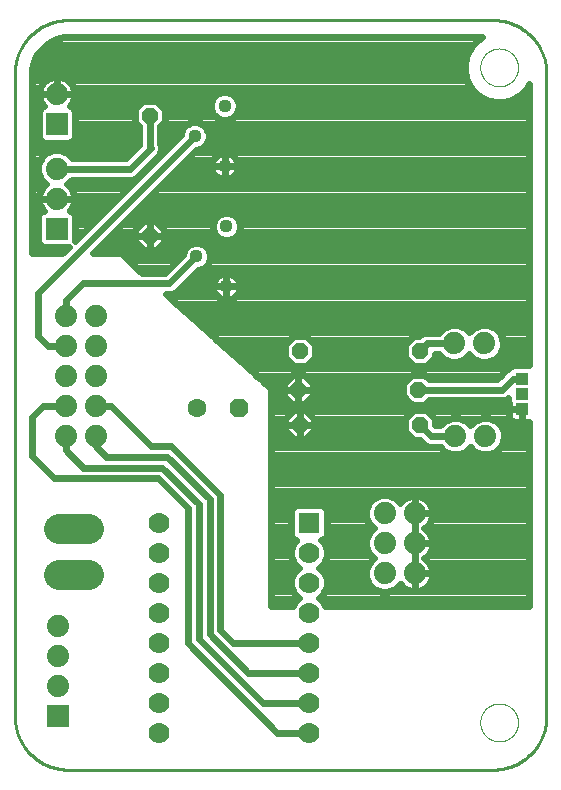
<source format=gtl>
G75*
%MOIN*%
%OFA0B0*%
%FSLAX25Y25*%
%IPPOS*%
%LPD*%
%AMOC8*
5,1,8,0,0,1.08239X$1,22.5*
%
%ADD10C,0.00000*%
%ADD11C,0.01000*%
%ADD12C,0.07400*%
%ADD13R,0.04362X0.04362*%
%ADD14OC8,0.05200*%
%ADD15R,0.07400X0.07400*%
%ADD16C,0.04400*%
%ADD17C,0.10000*%
%ADD18R,0.07000X0.07000*%
%ADD19C,0.07000*%
%ADD20OC8,0.06300*%
%ADD21C,0.06300*%
%ADD22C,0.02400*%
D10*
X0191787Y0023322D02*
X0191789Y0023480D01*
X0191795Y0023638D01*
X0191805Y0023796D01*
X0191819Y0023954D01*
X0191837Y0024111D01*
X0191858Y0024268D01*
X0191884Y0024424D01*
X0191914Y0024580D01*
X0191947Y0024735D01*
X0191985Y0024888D01*
X0192026Y0025041D01*
X0192071Y0025193D01*
X0192120Y0025344D01*
X0192173Y0025493D01*
X0192229Y0025641D01*
X0192289Y0025787D01*
X0192353Y0025932D01*
X0192421Y0026075D01*
X0192492Y0026217D01*
X0192566Y0026357D01*
X0192644Y0026494D01*
X0192726Y0026630D01*
X0192810Y0026764D01*
X0192899Y0026895D01*
X0192990Y0027024D01*
X0193085Y0027151D01*
X0193182Y0027276D01*
X0193283Y0027398D01*
X0193387Y0027517D01*
X0193494Y0027634D01*
X0193604Y0027748D01*
X0193717Y0027859D01*
X0193832Y0027968D01*
X0193950Y0028073D01*
X0194071Y0028175D01*
X0194194Y0028275D01*
X0194320Y0028371D01*
X0194448Y0028464D01*
X0194578Y0028554D01*
X0194711Y0028640D01*
X0194846Y0028724D01*
X0194982Y0028803D01*
X0195121Y0028880D01*
X0195262Y0028952D01*
X0195404Y0029022D01*
X0195548Y0029087D01*
X0195694Y0029149D01*
X0195841Y0029207D01*
X0195990Y0029262D01*
X0196140Y0029313D01*
X0196291Y0029360D01*
X0196443Y0029403D01*
X0196596Y0029442D01*
X0196751Y0029478D01*
X0196906Y0029509D01*
X0197062Y0029537D01*
X0197218Y0029561D01*
X0197375Y0029581D01*
X0197533Y0029597D01*
X0197690Y0029609D01*
X0197849Y0029617D01*
X0198007Y0029621D01*
X0198165Y0029621D01*
X0198323Y0029617D01*
X0198482Y0029609D01*
X0198639Y0029597D01*
X0198797Y0029581D01*
X0198954Y0029561D01*
X0199110Y0029537D01*
X0199266Y0029509D01*
X0199421Y0029478D01*
X0199576Y0029442D01*
X0199729Y0029403D01*
X0199881Y0029360D01*
X0200032Y0029313D01*
X0200182Y0029262D01*
X0200331Y0029207D01*
X0200478Y0029149D01*
X0200624Y0029087D01*
X0200768Y0029022D01*
X0200910Y0028952D01*
X0201051Y0028880D01*
X0201190Y0028803D01*
X0201326Y0028724D01*
X0201461Y0028640D01*
X0201594Y0028554D01*
X0201724Y0028464D01*
X0201852Y0028371D01*
X0201978Y0028275D01*
X0202101Y0028175D01*
X0202222Y0028073D01*
X0202340Y0027968D01*
X0202455Y0027859D01*
X0202568Y0027748D01*
X0202678Y0027634D01*
X0202785Y0027517D01*
X0202889Y0027398D01*
X0202990Y0027276D01*
X0203087Y0027151D01*
X0203182Y0027024D01*
X0203273Y0026895D01*
X0203362Y0026764D01*
X0203446Y0026630D01*
X0203528Y0026494D01*
X0203606Y0026357D01*
X0203680Y0026217D01*
X0203751Y0026075D01*
X0203819Y0025932D01*
X0203883Y0025787D01*
X0203943Y0025641D01*
X0203999Y0025493D01*
X0204052Y0025344D01*
X0204101Y0025193D01*
X0204146Y0025041D01*
X0204187Y0024888D01*
X0204225Y0024735D01*
X0204258Y0024580D01*
X0204288Y0024424D01*
X0204314Y0024268D01*
X0204335Y0024111D01*
X0204353Y0023954D01*
X0204367Y0023796D01*
X0204377Y0023638D01*
X0204383Y0023480D01*
X0204385Y0023322D01*
X0204383Y0023164D01*
X0204377Y0023006D01*
X0204367Y0022848D01*
X0204353Y0022690D01*
X0204335Y0022533D01*
X0204314Y0022376D01*
X0204288Y0022220D01*
X0204258Y0022064D01*
X0204225Y0021909D01*
X0204187Y0021756D01*
X0204146Y0021603D01*
X0204101Y0021451D01*
X0204052Y0021300D01*
X0203999Y0021151D01*
X0203943Y0021003D01*
X0203883Y0020857D01*
X0203819Y0020712D01*
X0203751Y0020569D01*
X0203680Y0020427D01*
X0203606Y0020287D01*
X0203528Y0020150D01*
X0203446Y0020014D01*
X0203362Y0019880D01*
X0203273Y0019749D01*
X0203182Y0019620D01*
X0203087Y0019493D01*
X0202990Y0019368D01*
X0202889Y0019246D01*
X0202785Y0019127D01*
X0202678Y0019010D01*
X0202568Y0018896D01*
X0202455Y0018785D01*
X0202340Y0018676D01*
X0202222Y0018571D01*
X0202101Y0018469D01*
X0201978Y0018369D01*
X0201852Y0018273D01*
X0201724Y0018180D01*
X0201594Y0018090D01*
X0201461Y0018004D01*
X0201326Y0017920D01*
X0201190Y0017841D01*
X0201051Y0017764D01*
X0200910Y0017692D01*
X0200768Y0017622D01*
X0200624Y0017557D01*
X0200478Y0017495D01*
X0200331Y0017437D01*
X0200182Y0017382D01*
X0200032Y0017331D01*
X0199881Y0017284D01*
X0199729Y0017241D01*
X0199576Y0017202D01*
X0199421Y0017166D01*
X0199266Y0017135D01*
X0199110Y0017107D01*
X0198954Y0017083D01*
X0198797Y0017063D01*
X0198639Y0017047D01*
X0198482Y0017035D01*
X0198323Y0017027D01*
X0198165Y0017023D01*
X0198007Y0017023D01*
X0197849Y0017027D01*
X0197690Y0017035D01*
X0197533Y0017047D01*
X0197375Y0017063D01*
X0197218Y0017083D01*
X0197062Y0017107D01*
X0196906Y0017135D01*
X0196751Y0017166D01*
X0196596Y0017202D01*
X0196443Y0017241D01*
X0196291Y0017284D01*
X0196140Y0017331D01*
X0195990Y0017382D01*
X0195841Y0017437D01*
X0195694Y0017495D01*
X0195548Y0017557D01*
X0195404Y0017622D01*
X0195262Y0017692D01*
X0195121Y0017764D01*
X0194982Y0017841D01*
X0194846Y0017920D01*
X0194711Y0018004D01*
X0194578Y0018090D01*
X0194448Y0018180D01*
X0194320Y0018273D01*
X0194194Y0018369D01*
X0194071Y0018469D01*
X0193950Y0018571D01*
X0193832Y0018676D01*
X0193717Y0018785D01*
X0193604Y0018896D01*
X0193494Y0019010D01*
X0193387Y0019127D01*
X0193283Y0019246D01*
X0193182Y0019368D01*
X0193085Y0019493D01*
X0192990Y0019620D01*
X0192899Y0019749D01*
X0192810Y0019880D01*
X0192726Y0020014D01*
X0192644Y0020150D01*
X0192566Y0020287D01*
X0192492Y0020427D01*
X0192421Y0020569D01*
X0192353Y0020712D01*
X0192289Y0020857D01*
X0192229Y0021003D01*
X0192173Y0021151D01*
X0192120Y0021300D01*
X0192071Y0021451D01*
X0192026Y0021603D01*
X0191985Y0021756D01*
X0191947Y0021909D01*
X0191914Y0022064D01*
X0191884Y0022220D01*
X0191858Y0022376D01*
X0191837Y0022533D01*
X0191819Y0022690D01*
X0191805Y0022848D01*
X0191795Y0023006D01*
X0191789Y0023164D01*
X0191787Y0023322D01*
X0191787Y0241669D02*
X0191789Y0241827D01*
X0191795Y0241985D01*
X0191805Y0242143D01*
X0191819Y0242301D01*
X0191837Y0242458D01*
X0191858Y0242615D01*
X0191884Y0242771D01*
X0191914Y0242927D01*
X0191947Y0243082D01*
X0191985Y0243235D01*
X0192026Y0243388D01*
X0192071Y0243540D01*
X0192120Y0243691D01*
X0192173Y0243840D01*
X0192229Y0243988D01*
X0192289Y0244134D01*
X0192353Y0244279D01*
X0192421Y0244422D01*
X0192492Y0244564D01*
X0192566Y0244704D01*
X0192644Y0244841D01*
X0192726Y0244977D01*
X0192810Y0245111D01*
X0192899Y0245242D01*
X0192990Y0245371D01*
X0193085Y0245498D01*
X0193182Y0245623D01*
X0193283Y0245745D01*
X0193387Y0245864D01*
X0193494Y0245981D01*
X0193604Y0246095D01*
X0193717Y0246206D01*
X0193832Y0246315D01*
X0193950Y0246420D01*
X0194071Y0246522D01*
X0194194Y0246622D01*
X0194320Y0246718D01*
X0194448Y0246811D01*
X0194578Y0246901D01*
X0194711Y0246987D01*
X0194846Y0247071D01*
X0194982Y0247150D01*
X0195121Y0247227D01*
X0195262Y0247299D01*
X0195404Y0247369D01*
X0195548Y0247434D01*
X0195694Y0247496D01*
X0195841Y0247554D01*
X0195990Y0247609D01*
X0196140Y0247660D01*
X0196291Y0247707D01*
X0196443Y0247750D01*
X0196596Y0247789D01*
X0196751Y0247825D01*
X0196906Y0247856D01*
X0197062Y0247884D01*
X0197218Y0247908D01*
X0197375Y0247928D01*
X0197533Y0247944D01*
X0197690Y0247956D01*
X0197849Y0247964D01*
X0198007Y0247968D01*
X0198165Y0247968D01*
X0198323Y0247964D01*
X0198482Y0247956D01*
X0198639Y0247944D01*
X0198797Y0247928D01*
X0198954Y0247908D01*
X0199110Y0247884D01*
X0199266Y0247856D01*
X0199421Y0247825D01*
X0199576Y0247789D01*
X0199729Y0247750D01*
X0199881Y0247707D01*
X0200032Y0247660D01*
X0200182Y0247609D01*
X0200331Y0247554D01*
X0200478Y0247496D01*
X0200624Y0247434D01*
X0200768Y0247369D01*
X0200910Y0247299D01*
X0201051Y0247227D01*
X0201190Y0247150D01*
X0201326Y0247071D01*
X0201461Y0246987D01*
X0201594Y0246901D01*
X0201724Y0246811D01*
X0201852Y0246718D01*
X0201978Y0246622D01*
X0202101Y0246522D01*
X0202222Y0246420D01*
X0202340Y0246315D01*
X0202455Y0246206D01*
X0202568Y0246095D01*
X0202678Y0245981D01*
X0202785Y0245864D01*
X0202889Y0245745D01*
X0202990Y0245623D01*
X0203087Y0245498D01*
X0203182Y0245371D01*
X0203273Y0245242D01*
X0203362Y0245111D01*
X0203446Y0244977D01*
X0203528Y0244841D01*
X0203606Y0244704D01*
X0203680Y0244564D01*
X0203751Y0244422D01*
X0203819Y0244279D01*
X0203883Y0244134D01*
X0203943Y0243988D01*
X0203999Y0243840D01*
X0204052Y0243691D01*
X0204101Y0243540D01*
X0204146Y0243388D01*
X0204187Y0243235D01*
X0204225Y0243082D01*
X0204258Y0242927D01*
X0204288Y0242771D01*
X0204314Y0242615D01*
X0204335Y0242458D01*
X0204353Y0242301D01*
X0204367Y0242143D01*
X0204377Y0241985D01*
X0204383Y0241827D01*
X0204385Y0241669D01*
X0204383Y0241511D01*
X0204377Y0241353D01*
X0204367Y0241195D01*
X0204353Y0241037D01*
X0204335Y0240880D01*
X0204314Y0240723D01*
X0204288Y0240567D01*
X0204258Y0240411D01*
X0204225Y0240256D01*
X0204187Y0240103D01*
X0204146Y0239950D01*
X0204101Y0239798D01*
X0204052Y0239647D01*
X0203999Y0239498D01*
X0203943Y0239350D01*
X0203883Y0239204D01*
X0203819Y0239059D01*
X0203751Y0238916D01*
X0203680Y0238774D01*
X0203606Y0238634D01*
X0203528Y0238497D01*
X0203446Y0238361D01*
X0203362Y0238227D01*
X0203273Y0238096D01*
X0203182Y0237967D01*
X0203087Y0237840D01*
X0202990Y0237715D01*
X0202889Y0237593D01*
X0202785Y0237474D01*
X0202678Y0237357D01*
X0202568Y0237243D01*
X0202455Y0237132D01*
X0202340Y0237023D01*
X0202222Y0236918D01*
X0202101Y0236816D01*
X0201978Y0236716D01*
X0201852Y0236620D01*
X0201724Y0236527D01*
X0201594Y0236437D01*
X0201461Y0236351D01*
X0201326Y0236267D01*
X0201190Y0236188D01*
X0201051Y0236111D01*
X0200910Y0236039D01*
X0200768Y0235969D01*
X0200624Y0235904D01*
X0200478Y0235842D01*
X0200331Y0235784D01*
X0200182Y0235729D01*
X0200032Y0235678D01*
X0199881Y0235631D01*
X0199729Y0235588D01*
X0199576Y0235549D01*
X0199421Y0235513D01*
X0199266Y0235482D01*
X0199110Y0235454D01*
X0198954Y0235430D01*
X0198797Y0235410D01*
X0198639Y0235394D01*
X0198482Y0235382D01*
X0198323Y0235374D01*
X0198165Y0235370D01*
X0198007Y0235370D01*
X0197849Y0235374D01*
X0197690Y0235382D01*
X0197533Y0235394D01*
X0197375Y0235410D01*
X0197218Y0235430D01*
X0197062Y0235454D01*
X0196906Y0235482D01*
X0196751Y0235513D01*
X0196596Y0235549D01*
X0196443Y0235588D01*
X0196291Y0235631D01*
X0196140Y0235678D01*
X0195990Y0235729D01*
X0195841Y0235784D01*
X0195694Y0235842D01*
X0195548Y0235904D01*
X0195404Y0235969D01*
X0195262Y0236039D01*
X0195121Y0236111D01*
X0194982Y0236188D01*
X0194846Y0236267D01*
X0194711Y0236351D01*
X0194578Y0236437D01*
X0194448Y0236527D01*
X0194320Y0236620D01*
X0194194Y0236716D01*
X0194071Y0236816D01*
X0193950Y0236918D01*
X0193832Y0237023D01*
X0193717Y0237132D01*
X0193604Y0237243D01*
X0193494Y0237357D01*
X0193387Y0237474D01*
X0193283Y0237593D01*
X0193182Y0237715D01*
X0193085Y0237840D01*
X0192990Y0237967D01*
X0192899Y0238096D01*
X0192810Y0238227D01*
X0192726Y0238361D01*
X0192644Y0238497D01*
X0192566Y0238634D01*
X0192492Y0238774D01*
X0192421Y0238916D01*
X0192353Y0239059D01*
X0192289Y0239204D01*
X0192229Y0239350D01*
X0192173Y0239498D01*
X0192120Y0239647D01*
X0192071Y0239798D01*
X0192026Y0239950D01*
X0191985Y0240103D01*
X0191947Y0240256D01*
X0191914Y0240411D01*
X0191884Y0240567D01*
X0191858Y0240723D01*
X0191837Y0240880D01*
X0191819Y0241037D01*
X0191805Y0241195D01*
X0191795Y0241353D01*
X0191789Y0241511D01*
X0191787Y0241669D01*
D11*
X0036669Y0239700D02*
X0036669Y0025291D01*
X0036668Y0025291D02*
X0036673Y0024863D01*
X0036689Y0024435D01*
X0036715Y0024008D01*
X0036751Y0023581D01*
X0036797Y0023155D01*
X0036854Y0022731D01*
X0036921Y0022308D01*
X0036998Y0021887D01*
X0037085Y0021468D01*
X0037183Y0021051D01*
X0037290Y0020637D01*
X0037408Y0020225D01*
X0037535Y0019816D01*
X0037672Y0019411D01*
X0037819Y0019008D01*
X0037976Y0018610D01*
X0038142Y0018215D01*
X0038318Y0017825D01*
X0038503Y0017439D01*
X0038697Y0017057D01*
X0038901Y0016681D01*
X0039113Y0016309D01*
X0039335Y0015943D01*
X0039565Y0015582D01*
X0039804Y0015227D01*
X0040052Y0014877D01*
X0040307Y0014534D01*
X0040572Y0014197D01*
X0040844Y0013866D01*
X0041124Y0013542D01*
X0041411Y0013225D01*
X0041707Y0012915D01*
X0042009Y0012613D01*
X0042319Y0012317D01*
X0042636Y0012030D01*
X0042960Y0011750D01*
X0043291Y0011478D01*
X0043628Y0011213D01*
X0043971Y0010958D01*
X0044321Y0010710D01*
X0044676Y0010471D01*
X0045037Y0010241D01*
X0045403Y0010019D01*
X0045775Y0009807D01*
X0046151Y0009603D01*
X0046533Y0009409D01*
X0046919Y0009224D01*
X0047309Y0009048D01*
X0047704Y0008882D01*
X0048102Y0008725D01*
X0048505Y0008578D01*
X0048910Y0008441D01*
X0049319Y0008314D01*
X0049731Y0008196D01*
X0050145Y0008089D01*
X0050562Y0007991D01*
X0050981Y0007904D01*
X0051402Y0007827D01*
X0051825Y0007760D01*
X0052249Y0007703D01*
X0052675Y0007657D01*
X0053102Y0007621D01*
X0053529Y0007595D01*
X0053957Y0007579D01*
X0054385Y0007574D01*
X0196118Y0007574D01*
X0196546Y0007579D01*
X0196974Y0007595D01*
X0197401Y0007621D01*
X0197828Y0007657D01*
X0198254Y0007703D01*
X0198678Y0007760D01*
X0199101Y0007827D01*
X0199522Y0007904D01*
X0199941Y0007991D01*
X0200358Y0008089D01*
X0200772Y0008196D01*
X0201184Y0008314D01*
X0201593Y0008441D01*
X0201998Y0008578D01*
X0202401Y0008725D01*
X0202799Y0008882D01*
X0203194Y0009048D01*
X0203584Y0009224D01*
X0203970Y0009409D01*
X0204352Y0009603D01*
X0204728Y0009807D01*
X0205100Y0010019D01*
X0205466Y0010241D01*
X0205827Y0010471D01*
X0206182Y0010710D01*
X0206532Y0010958D01*
X0206875Y0011213D01*
X0207212Y0011478D01*
X0207543Y0011750D01*
X0207867Y0012030D01*
X0208184Y0012317D01*
X0208494Y0012613D01*
X0208796Y0012915D01*
X0209092Y0013225D01*
X0209379Y0013542D01*
X0209659Y0013866D01*
X0209931Y0014197D01*
X0210196Y0014534D01*
X0210451Y0014877D01*
X0210699Y0015227D01*
X0210938Y0015582D01*
X0211168Y0015943D01*
X0211390Y0016309D01*
X0211602Y0016681D01*
X0211806Y0017057D01*
X0212000Y0017439D01*
X0212185Y0017825D01*
X0212361Y0018215D01*
X0212527Y0018610D01*
X0212684Y0019008D01*
X0212831Y0019411D01*
X0212968Y0019816D01*
X0213095Y0020225D01*
X0213213Y0020637D01*
X0213320Y0021051D01*
X0213418Y0021468D01*
X0213505Y0021887D01*
X0213582Y0022308D01*
X0213649Y0022731D01*
X0213706Y0023155D01*
X0213752Y0023581D01*
X0213788Y0024008D01*
X0213814Y0024435D01*
X0213830Y0024863D01*
X0213835Y0025291D01*
X0213834Y0025291D02*
X0213834Y0239700D01*
X0213835Y0239700D02*
X0213830Y0240128D01*
X0213814Y0240556D01*
X0213788Y0240983D01*
X0213752Y0241410D01*
X0213706Y0241836D01*
X0213649Y0242260D01*
X0213582Y0242683D01*
X0213505Y0243104D01*
X0213418Y0243523D01*
X0213320Y0243940D01*
X0213213Y0244354D01*
X0213095Y0244766D01*
X0212968Y0245175D01*
X0212831Y0245580D01*
X0212684Y0245983D01*
X0212527Y0246381D01*
X0212361Y0246776D01*
X0212185Y0247166D01*
X0212000Y0247552D01*
X0211806Y0247934D01*
X0211602Y0248310D01*
X0211390Y0248682D01*
X0211168Y0249048D01*
X0210938Y0249409D01*
X0210699Y0249764D01*
X0210451Y0250114D01*
X0210196Y0250457D01*
X0209931Y0250794D01*
X0209659Y0251125D01*
X0209379Y0251449D01*
X0209092Y0251766D01*
X0208796Y0252076D01*
X0208494Y0252378D01*
X0208184Y0252674D01*
X0207867Y0252961D01*
X0207543Y0253241D01*
X0207212Y0253513D01*
X0206875Y0253778D01*
X0206532Y0254033D01*
X0206182Y0254281D01*
X0205827Y0254520D01*
X0205466Y0254750D01*
X0205100Y0254972D01*
X0204728Y0255184D01*
X0204352Y0255388D01*
X0203970Y0255582D01*
X0203584Y0255767D01*
X0203194Y0255943D01*
X0202799Y0256109D01*
X0202401Y0256266D01*
X0201998Y0256413D01*
X0201593Y0256550D01*
X0201184Y0256677D01*
X0200772Y0256795D01*
X0200358Y0256902D01*
X0199941Y0257000D01*
X0199522Y0257087D01*
X0199101Y0257164D01*
X0198678Y0257231D01*
X0198254Y0257288D01*
X0197828Y0257334D01*
X0197401Y0257370D01*
X0196974Y0257396D01*
X0196546Y0257412D01*
X0196118Y0257417D01*
X0054385Y0257417D01*
X0053957Y0257412D01*
X0053529Y0257396D01*
X0053102Y0257370D01*
X0052675Y0257334D01*
X0052249Y0257288D01*
X0051825Y0257231D01*
X0051402Y0257164D01*
X0050981Y0257087D01*
X0050562Y0257000D01*
X0050145Y0256902D01*
X0049731Y0256795D01*
X0049319Y0256677D01*
X0048910Y0256550D01*
X0048505Y0256413D01*
X0048102Y0256266D01*
X0047704Y0256109D01*
X0047309Y0255943D01*
X0046919Y0255767D01*
X0046533Y0255582D01*
X0046151Y0255388D01*
X0045775Y0255184D01*
X0045403Y0254972D01*
X0045037Y0254750D01*
X0044676Y0254520D01*
X0044321Y0254281D01*
X0043971Y0254033D01*
X0043628Y0253778D01*
X0043291Y0253513D01*
X0042960Y0253241D01*
X0042636Y0252961D01*
X0042319Y0252674D01*
X0042009Y0252378D01*
X0041707Y0252076D01*
X0041411Y0251766D01*
X0041124Y0251449D01*
X0040844Y0251125D01*
X0040572Y0250794D01*
X0040307Y0250457D01*
X0040052Y0250114D01*
X0039804Y0249764D01*
X0039565Y0249409D01*
X0039335Y0249048D01*
X0039113Y0248682D01*
X0038901Y0248310D01*
X0038697Y0247934D01*
X0038503Y0247552D01*
X0038318Y0247166D01*
X0038142Y0246776D01*
X0037976Y0246381D01*
X0037819Y0245983D01*
X0037672Y0245580D01*
X0037535Y0245175D01*
X0037408Y0244766D01*
X0037290Y0244354D01*
X0037183Y0243940D01*
X0037085Y0243523D01*
X0036998Y0243104D01*
X0036921Y0242683D01*
X0036854Y0242260D01*
X0036797Y0241836D01*
X0036751Y0241410D01*
X0036715Y0240983D01*
X0036689Y0240556D01*
X0036673Y0240128D01*
X0036668Y0239700D01*
D12*
X0050674Y0232728D03*
X0050608Y0207899D03*
X0050608Y0197899D03*
X0053714Y0158727D03*
X0053714Y0148727D03*
X0053714Y0138727D03*
X0053714Y0128727D03*
X0053714Y0118727D03*
X0063714Y0118727D03*
X0063714Y0128727D03*
X0063714Y0138727D03*
X0063714Y0148727D03*
X0063714Y0158727D03*
X0051135Y0055560D03*
X0051135Y0045560D03*
X0051135Y0035560D03*
X0159930Y0072978D03*
X0159930Y0082978D03*
X0159930Y0092978D03*
X0169930Y0092978D03*
X0169930Y0082978D03*
X0169930Y0072978D03*
X0183474Y0118765D03*
X0193474Y0118765D03*
X0193114Y0149680D03*
X0183114Y0149680D03*
D13*
X0205688Y0137877D03*
X0205688Y0132877D03*
X0205688Y0127877D03*
D14*
X0171551Y0122562D03*
X0171176Y0134239D03*
X0171615Y0147179D03*
X0131615Y0147179D03*
X0131176Y0134239D03*
X0131551Y0122562D03*
X0081594Y0185576D03*
X0081594Y0225576D03*
D15*
X0050674Y0222728D03*
X0050608Y0187899D03*
X0051135Y0025560D03*
D16*
X0107149Y0168645D03*
X0097149Y0178645D03*
X0107149Y0188645D03*
X0106622Y0208763D03*
X0096622Y0218763D03*
X0106622Y0228763D03*
D17*
X0061368Y0087910D02*
X0051368Y0087910D01*
X0051368Y0072319D02*
X0061368Y0072319D01*
D18*
X0134689Y0089924D03*
D19*
X0134689Y0079924D03*
X0134689Y0069924D03*
X0134689Y0059924D03*
X0134689Y0049924D03*
X0134689Y0039924D03*
X0134689Y0029924D03*
X0134689Y0019924D03*
X0084689Y0019924D03*
X0084689Y0029924D03*
X0084689Y0039924D03*
X0084689Y0049924D03*
X0084689Y0059924D03*
X0084689Y0069924D03*
X0084689Y0079924D03*
X0084689Y0089924D03*
D20*
X0111523Y0128163D03*
D21*
X0097523Y0128163D03*
D22*
X0088859Y0115500D02*
X0081885Y0115500D01*
X0068658Y0128727D01*
X0063714Y0128727D01*
X0053714Y0128727D02*
X0045912Y0128727D01*
X0042369Y0125183D01*
X0042369Y0112200D01*
X0049869Y0104700D01*
X0084385Y0104700D01*
X0094385Y0094700D01*
X0094385Y0049700D01*
X0124161Y0019924D01*
X0134689Y0019924D01*
X0134689Y0029924D02*
X0119252Y0029924D01*
X0097985Y0051191D01*
X0097985Y0096191D01*
X0085877Y0108300D01*
X0059385Y0108300D01*
X0053714Y0113971D01*
X0053714Y0118727D01*
X0063714Y0118727D02*
X0063714Y0115371D01*
X0067185Y0111900D01*
X0087368Y0111900D01*
X0101585Y0097682D01*
X0101585Y0052682D01*
X0114343Y0039924D01*
X0134689Y0039924D01*
X0134689Y0049924D02*
X0109434Y0049924D01*
X0105185Y0054174D01*
X0105185Y0099174D01*
X0088859Y0115500D01*
X0114484Y0141361D02*
X0201449Y0141361D01*
X0201473Y0141418D02*
X0201425Y0141303D01*
X0200523Y0140929D01*
X0197433Y0137839D01*
X0174647Y0137839D01*
X0173247Y0139239D01*
X0169105Y0139239D01*
X0166176Y0136310D01*
X0166176Y0132168D01*
X0169105Y0129239D01*
X0173247Y0129239D01*
X0174647Y0130639D01*
X0199641Y0130639D01*
X0200964Y0131187D01*
X0201107Y0131331D01*
X0201107Y0130219D01*
X0201307Y0129736D01*
X0201307Y0127877D01*
X0201307Y0125406D01*
X0201457Y0124847D01*
X0201747Y0124345D01*
X0202157Y0123936D01*
X0202658Y0123646D01*
X0203218Y0123496D01*
X0205688Y0123496D01*
X0205688Y0127877D01*
X0201307Y0127877D01*
X0205688Y0127877D01*
X0205688Y0127877D01*
X0205689Y0127877D01*
X0205689Y0123496D01*
X0208134Y0123496D01*
X0208134Y0062200D01*
X0140132Y0062200D01*
X0139690Y0063267D01*
X0138033Y0064924D01*
X0139690Y0066582D01*
X0140589Y0068751D01*
X0140589Y0071098D01*
X0139690Y0073267D01*
X0138033Y0074924D01*
X0139690Y0076582D01*
X0140589Y0078751D01*
X0140589Y0081098D01*
X0139690Y0083267D01*
X0138854Y0084103D01*
X0139548Y0084390D01*
X0140223Y0085065D01*
X0140589Y0085947D01*
X0140589Y0093902D01*
X0140223Y0094784D01*
X0139548Y0095459D01*
X0138666Y0095824D01*
X0130711Y0095824D01*
X0129829Y0095459D01*
X0129154Y0094784D01*
X0128789Y0093902D01*
X0128789Y0085947D01*
X0129154Y0085065D01*
X0129829Y0084390D01*
X0130523Y0084103D01*
X0129687Y0083267D01*
X0128789Y0081098D01*
X0128789Y0078751D01*
X0129687Y0076582D01*
X0131345Y0074924D01*
X0129687Y0073267D01*
X0128789Y0071098D01*
X0128789Y0068751D01*
X0129687Y0066582D01*
X0131345Y0064924D01*
X0129687Y0063267D01*
X0129245Y0062200D01*
X0121885Y0062200D01*
X0121885Y0134700D01*
X0086996Y0166100D01*
X0088920Y0166100D01*
X0090243Y0166648D01*
X0091256Y0167661D01*
X0097640Y0174045D01*
X0098064Y0174045D01*
X0099755Y0174745D01*
X0101049Y0176039D01*
X0101749Y0177730D01*
X0101749Y0179560D01*
X0101049Y0181251D01*
X0099755Y0182545D01*
X0098064Y0183245D01*
X0096234Y0183245D01*
X0094543Y0182545D01*
X0093249Y0181251D01*
X0092549Y0179560D01*
X0092549Y0179136D01*
X0086713Y0173300D01*
X0078996Y0173300D01*
X0071885Y0179700D01*
X0062650Y0179700D01*
X0097113Y0214163D01*
X0097537Y0214163D01*
X0099227Y0214863D01*
X0100521Y0216157D01*
X0101222Y0217848D01*
X0101222Y0219678D01*
X0100521Y0221369D01*
X0099227Y0222663D01*
X0097537Y0223363D01*
X0095707Y0223363D01*
X0094016Y0222663D01*
X0092722Y0221369D01*
X0092022Y0219678D01*
X0092022Y0219254D01*
X0056708Y0183941D01*
X0056708Y0192076D01*
X0056343Y0192958D01*
X0055668Y0193634D01*
X0054974Y0193921D01*
X0055109Y0194055D01*
X0055655Y0194807D01*
X0056076Y0195634D01*
X0056363Y0196517D01*
X0056508Y0197435D01*
X0056508Y0197899D01*
X0056508Y0198363D01*
X0056363Y0199280D01*
X0056076Y0200164D01*
X0055655Y0200991D01*
X0055109Y0201743D01*
X0054452Y0202399D01*
X0054023Y0202711D01*
X0054064Y0202728D01*
X0055635Y0204299D01*
X0075800Y0204299D01*
X0077123Y0204847D01*
X0083925Y0211648D01*
X0084937Y0212661D01*
X0085485Y0213984D01*
X0085485Y0215416D01*
X0085194Y0216118D01*
X0085194Y0222105D01*
X0086594Y0223505D01*
X0086594Y0227647D01*
X0083666Y0230576D01*
X0079523Y0230576D01*
X0076594Y0227647D01*
X0076594Y0223505D01*
X0077994Y0222105D01*
X0077994Y0215900D01*
X0073593Y0211499D01*
X0055635Y0211499D01*
X0054064Y0213070D01*
X0051822Y0213999D01*
X0049395Y0213999D01*
X0047153Y0213070D01*
X0045437Y0211354D01*
X0044508Y0209112D01*
X0044508Y0206686D01*
X0045437Y0204444D01*
X0047153Y0202728D01*
X0047194Y0202711D01*
X0046765Y0202399D01*
X0046108Y0201743D01*
X0045562Y0200991D01*
X0045141Y0200164D01*
X0044854Y0199280D01*
X0044708Y0198363D01*
X0044708Y0197899D01*
X0050608Y0197899D01*
X0050608Y0197899D01*
X0044708Y0197899D01*
X0044708Y0197435D01*
X0044854Y0196517D01*
X0045141Y0195634D01*
X0045562Y0194807D01*
X0046108Y0194055D01*
X0046243Y0193921D01*
X0045549Y0193634D01*
X0044874Y0192958D01*
X0044508Y0192076D01*
X0044508Y0183722D01*
X0044874Y0182839D01*
X0045549Y0182164D01*
X0046431Y0181799D01*
X0054566Y0181799D01*
X0052467Y0179700D01*
X0042369Y0179700D01*
X0042369Y0239700D01*
X0186709Y0239700D01*
X0186587Y0240155D02*
X0187371Y0237230D01*
X0188884Y0234608D01*
X0191025Y0232467D01*
X0193648Y0230953D01*
X0196572Y0230169D01*
X0199600Y0230169D01*
X0202525Y0230953D01*
X0205147Y0232467D01*
X0207288Y0234608D01*
X0208134Y0236074D01*
X0208134Y0142458D01*
X0203030Y0142458D01*
X0202148Y0142093D01*
X0201473Y0141418D01*
X0202562Y0137877D02*
X0198925Y0134239D01*
X0171176Y0134239D01*
X0166176Y0134166D02*
X0135976Y0134166D01*
X0135976Y0134239D02*
X0131176Y0134239D01*
X0126376Y0134239D01*
X0126376Y0132251D01*
X0129188Y0129439D01*
X0131176Y0129439D01*
X0131176Y0134239D01*
X0131176Y0134239D01*
X0131176Y0134239D01*
X0126376Y0134239D01*
X0126376Y0136227D01*
X0129188Y0139039D01*
X0131176Y0139039D01*
X0131176Y0134239D01*
X0131176Y0129439D01*
X0133164Y0129439D01*
X0135976Y0132251D01*
X0135976Y0134239D01*
X0135976Y0136227D01*
X0133164Y0139039D01*
X0131176Y0139039D01*
X0131176Y0134239D01*
X0131176Y0134239D01*
X0131176Y0134239D01*
X0135976Y0134239D01*
X0135640Y0136564D02*
X0166430Y0136564D01*
X0168828Y0138963D02*
X0133241Y0138963D01*
X0131176Y0138963D02*
X0131176Y0138963D01*
X0129111Y0138963D02*
X0117149Y0138963D01*
X0119814Y0136564D02*
X0126713Y0136564D01*
X0126376Y0134166D02*
X0121885Y0134166D01*
X0121885Y0131767D02*
X0126860Y0131767D01*
X0131176Y0131767D02*
X0131176Y0131767D01*
X0131176Y0134166D02*
X0131176Y0134166D01*
X0131176Y0136564D02*
X0131176Y0136564D01*
X0129544Y0142179D02*
X0133686Y0142179D01*
X0136615Y0145108D01*
X0136615Y0149250D01*
X0133686Y0152179D01*
X0129544Y0152179D01*
X0126615Y0149250D01*
X0126615Y0145108D01*
X0129544Y0142179D01*
X0127963Y0143760D02*
X0111819Y0143760D01*
X0109154Y0146158D02*
X0126615Y0146158D01*
X0126615Y0148557D02*
X0106489Y0148557D01*
X0103824Y0150955D02*
X0128320Y0150955D01*
X0134909Y0150955D02*
X0168320Y0150955D01*
X0169544Y0152179D02*
X0166615Y0149250D01*
X0166615Y0145108D01*
X0169544Y0142179D01*
X0173686Y0142179D01*
X0176615Y0145108D01*
X0176615Y0146080D01*
X0178087Y0146080D01*
X0179658Y0144509D01*
X0181900Y0143580D01*
X0184327Y0143580D01*
X0186569Y0144509D01*
X0188114Y0146054D01*
X0189658Y0144509D01*
X0191900Y0143580D01*
X0194327Y0143580D01*
X0196569Y0144509D01*
X0198285Y0146225D01*
X0199214Y0148467D01*
X0199214Y0150894D01*
X0198285Y0153136D01*
X0196569Y0154852D01*
X0194327Y0155780D01*
X0191900Y0155780D01*
X0189658Y0154852D01*
X0188114Y0153307D01*
X0186569Y0154852D01*
X0184327Y0155780D01*
X0181900Y0155780D01*
X0179658Y0154852D01*
X0178087Y0153280D01*
X0173401Y0153280D01*
X0172077Y0152732D01*
X0171524Y0152179D01*
X0169544Y0152179D01*
X0166615Y0148557D02*
X0136615Y0148557D01*
X0136615Y0146158D02*
X0166615Y0146158D01*
X0167963Y0143760D02*
X0135267Y0143760D01*
X0135492Y0131767D02*
X0166577Y0131767D01*
X0168976Y0129368D02*
X0121885Y0129368D01*
X0121885Y0126970D02*
X0129170Y0126970D01*
X0129562Y0127362D02*
X0126751Y0124550D01*
X0126751Y0122562D01*
X0126751Y0120574D01*
X0129562Y0117762D01*
X0131551Y0117762D01*
X0133539Y0117762D01*
X0136351Y0120574D01*
X0136351Y0122562D01*
X0131551Y0122562D01*
X0131551Y0122562D01*
X0131551Y0117762D01*
X0131551Y0122562D01*
X0131551Y0122562D01*
X0136351Y0122562D01*
X0136351Y0124550D01*
X0133539Y0127362D01*
X0131551Y0127362D01*
X0131551Y0122562D01*
X0131551Y0122562D01*
X0126751Y0122562D01*
X0131551Y0122562D01*
X0131551Y0122562D01*
X0131551Y0127362D01*
X0129562Y0127362D01*
X0131551Y0126970D02*
X0131551Y0126970D01*
X0133931Y0126970D02*
X0168887Y0126970D01*
X0169480Y0127562D02*
X0166551Y0124633D01*
X0166551Y0120491D01*
X0169480Y0117562D01*
X0171459Y0117562D01*
X0173308Y0115713D01*
X0174631Y0115165D01*
X0178448Y0115165D01*
X0180019Y0113594D01*
X0182261Y0112665D01*
X0184688Y0112665D01*
X0186930Y0113594D01*
X0188474Y0115139D01*
X0190019Y0113594D01*
X0192261Y0112665D01*
X0194688Y0112665D01*
X0196930Y0113594D01*
X0198646Y0115310D01*
X0199574Y0117552D01*
X0199574Y0119979D01*
X0198646Y0122221D01*
X0196930Y0123937D01*
X0194688Y0124865D01*
X0192261Y0124865D01*
X0190019Y0123937D01*
X0188474Y0122392D01*
X0186930Y0123937D01*
X0184688Y0124865D01*
X0182261Y0124865D01*
X0180019Y0123937D01*
X0178448Y0122365D01*
X0176839Y0122365D01*
X0176551Y0122653D01*
X0176551Y0124633D01*
X0173622Y0127562D01*
X0169480Y0127562D01*
X0166551Y0124571D02*
X0136330Y0124571D01*
X0136351Y0122173D02*
X0166551Y0122173D01*
X0167267Y0119774D02*
X0135551Y0119774D01*
X0131551Y0119774D02*
X0131551Y0119774D01*
X0131551Y0122173D02*
X0131551Y0122173D01*
X0131551Y0124571D02*
X0131551Y0124571D01*
X0126772Y0124571D02*
X0121885Y0124571D01*
X0121885Y0122173D02*
X0126751Y0122173D01*
X0127550Y0119774D02*
X0121885Y0119774D01*
X0121885Y0117376D02*
X0171646Y0117376D01*
X0175347Y0118765D02*
X0171551Y0122562D01*
X0174214Y0126970D02*
X0201307Y0126970D01*
X0201307Y0129368D02*
X0173377Y0129368D01*
X0176551Y0124571D02*
X0181551Y0124571D01*
X0185397Y0124571D02*
X0191551Y0124571D01*
X0195397Y0124571D02*
X0201616Y0124571D01*
X0205688Y0124571D02*
X0205689Y0124571D01*
X0205688Y0126970D02*
X0205689Y0126970D01*
X0208134Y0122173D02*
X0198665Y0122173D01*
X0199574Y0119774D02*
X0208134Y0119774D01*
X0208134Y0117376D02*
X0199501Y0117376D01*
X0198313Y0114977D02*
X0208134Y0114977D01*
X0208134Y0112579D02*
X0121885Y0112579D01*
X0121885Y0114977D02*
X0178636Y0114977D01*
X0175347Y0118765D02*
X0183474Y0118765D01*
X0188313Y0114977D02*
X0188636Y0114977D01*
X0173774Y0097478D02*
X0173022Y0098024D01*
X0172195Y0098446D01*
X0171312Y0098733D01*
X0170395Y0098878D01*
X0169930Y0098878D01*
X0169930Y0092978D01*
X0169930Y0092978D01*
X0169930Y0092978D01*
X0169930Y0088878D01*
X0169930Y0082978D01*
X0169930Y0082978D01*
X0169930Y0082978D01*
X0169930Y0078878D01*
X0169930Y0072978D01*
X0169930Y0072978D01*
X0169930Y0072978D01*
X0169930Y0067078D01*
X0169466Y0067078D01*
X0168549Y0067223D01*
X0167665Y0067510D01*
X0166838Y0067932D01*
X0166087Y0068478D01*
X0165430Y0069134D01*
X0165118Y0069563D01*
X0165102Y0069523D01*
X0163386Y0067807D01*
X0161144Y0066878D01*
X0158717Y0066878D01*
X0156475Y0067807D01*
X0154759Y0069523D01*
X0153830Y0071765D01*
X0153830Y0074191D01*
X0154759Y0076433D01*
X0156304Y0077978D01*
X0154759Y0079523D01*
X0153830Y0081765D01*
X0153830Y0084191D01*
X0154759Y0086433D01*
X0156304Y0087978D01*
X0154759Y0089523D01*
X0153830Y0091765D01*
X0153830Y0094191D01*
X0154759Y0096433D01*
X0156475Y0098149D01*
X0158717Y0099078D01*
X0161144Y0099078D01*
X0163386Y0098149D01*
X0165102Y0096433D01*
X0165118Y0096393D01*
X0165430Y0096822D01*
X0166087Y0097478D01*
X0166838Y0098024D01*
X0167665Y0098446D01*
X0168549Y0098733D01*
X0169466Y0098878D01*
X0169930Y0098878D01*
X0169930Y0092978D01*
X0169930Y0082978D01*
X0169930Y0072978D01*
X0169930Y0067078D01*
X0170395Y0067078D01*
X0171312Y0067223D01*
X0172195Y0067510D01*
X0173022Y0067932D01*
X0173774Y0068478D01*
X0174430Y0069134D01*
X0174976Y0069886D01*
X0175398Y0070713D01*
X0175685Y0071596D01*
X0175830Y0072514D01*
X0175830Y0072978D01*
X0175830Y0073442D01*
X0175685Y0074360D01*
X0175398Y0075243D01*
X0174976Y0076070D01*
X0174430Y0076822D01*
X0173774Y0077478D01*
X0173086Y0077978D01*
X0173774Y0078478D01*
X0174430Y0079134D01*
X0174976Y0079886D01*
X0175398Y0080713D01*
X0175685Y0081596D01*
X0175830Y0082514D01*
X0175830Y0082978D01*
X0175830Y0083442D01*
X0175685Y0084360D01*
X0175398Y0085243D01*
X0174976Y0086070D01*
X0174430Y0086822D01*
X0173774Y0087478D01*
X0173086Y0087978D01*
X0173774Y0088478D01*
X0174430Y0089134D01*
X0174976Y0089886D01*
X0175398Y0090713D01*
X0175685Y0091596D01*
X0175830Y0092514D01*
X0175830Y0092978D01*
X0175830Y0093442D01*
X0175685Y0094360D01*
X0175398Y0095243D01*
X0174976Y0096070D01*
X0174430Y0096822D01*
X0173774Y0097478D01*
X0172701Y0098188D02*
X0208134Y0098188D01*
X0208134Y0100586D02*
X0121885Y0100586D01*
X0121885Y0098188D02*
X0156568Y0098188D01*
X0154492Y0095789D02*
X0138751Y0095789D01*
X0140589Y0093391D02*
X0153830Y0093391D01*
X0154150Y0090992D02*
X0140589Y0090992D01*
X0140589Y0088594D02*
X0155688Y0088594D01*
X0154660Y0086195D02*
X0140589Y0086195D01*
X0139160Y0083797D02*
X0153830Y0083797D01*
X0153982Y0081398D02*
X0140464Y0081398D01*
X0140589Y0079000D02*
X0155282Y0079000D01*
X0154927Y0076601D02*
X0139698Y0076601D01*
X0138754Y0074203D02*
X0153835Y0074203D01*
X0153830Y0071804D02*
X0140296Y0071804D01*
X0140589Y0069406D02*
X0154876Y0069406D01*
X0158405Y0067007D02*
X0139866Y0067007D01*
X0138348Y0064609D02*
X0208134Y0064609D01*
X0208134Y0067007D02*
X0161456Y0067007D01*
X0164985Y0069406D02*
X0165233Y0069406D01*
X0169930Y0069406D02*
X0169930Y0069406D01*
X0169930Y0071804D02*
X0169930Y0071804D01*
X0169930Y0072978D02*
X0169930Y0072978D01*
X0175830Y0072978D01*
X0169930Y0072978D01*
X0169930Y0074203D02*
X0169930Y0074203D01*
X0169930Y0076601D02*
X0169930Y0076601D01*
X0169930Y0079000D02*
X0169930Y0079000D01*
X0169930Y0081398D02*
X0169930Y0081398D01*
X0169930Y0082978D02*
X0169930Y0082978D01*
X0175830Y0082978D01*
X0169930Y0082978D01*
X0169930Y0083797D02*
X0169930Y0083797D01*
X0169930Y0086195D02*
X0169930Y0086195D01*
X0169930Y0088594D02*
X0169930Y0088594D01*
X0169930Y0090992D02*
X0169930Y0090992D01*
X0169930Y0092978D02*
X0169930Y0092978D01*
X0175830Y0092978D01*
X0169930Y0092978D01*
X0169930Y0093391D02*
X0169930Y0093391D01*
X0169930Y0095789D02*
X0169930Y0095789D01*
X0169930Y0098188D02*
X0169930Y0098188D01*
X0167159Y0098188D02*
X0163293Y0098188D01*
X0173890Y0088594D02*
X0208134Y0088594D01*
X0208134Y0090992D02*
X0175489Y0090992D01*
X0175830Y0093391D02*
X0208134Y0093391D01*
X0208134Y0095789D02*
X0175119Y0095789D01*
X0174885Y0086195D02*
X0208134Y0086195D01*
X0208134Y0083797D02*
X0175774Y0083797D01*
X0175621Y0081398D02*
X0208134Y0081398D01*
X0208134Y0079000D02*
X0174296Y0079000D01*
X0174591Y0076601D02*
X0208134Y0076601D01*
X0208134Y0074203D02*
X0175710Y0074203D01*
X0175718Y0071804D02*
X0208134Y0071804D01*
X0208134Y0069406D02*
X0174628Y0069406D01*
X0208134Y0062210D02*
X0140128Y0062210D01*
X0131029Y0064609D02*
X0121885Y0064609D01*
X0121885Y0067007D02*
X0129511Y0067007D01*
X0128789Y0069406D02*
X0121885Y0069406D01*
X0121885Y0071804D02*
X0129081Y0071804D01*
X0130623Y0074203D02*
X0121885Y0074203D01*
X0121885Y0076601D02*
X0129679Y0076601D01*
X0128789Y0079000D02*
X0121885Y0079000D01*
X0121885Y0081398D02*
X0128913Y0081398D01*
X0130217Y0083797D02*
X0121885Y0083797D01*
X0121885Y0086195D02*
X0128789Y0086195D01*
X0128789Y0088594D02*
X0121885Y0088594D01*
X0121885Y0090992D02*
X0128789Y0090992D01*
X0128789Y0093391D02*
X0121885Y0093391D01*
X0121885Y0095789D02*
X0130626Y0095789D01*
X0121885Y0102985D02*
X0208134Y0102985D01*
X0208134Y0105383D02*
X0121885Y0105383D01*
X0121885Y0107782D02*
X0208134Y0107782D01*
X0208134Y0110180D02*
X0121885Y0110180D01*
X0101159Y0153354D02*
X0178160Y0153354D01*
X0181832Y0155752D02*
X0098494Y0155752D01*
X0095829Y0158151D02*
X0208134Y0158151D01*
X0208134Y0160549D02*
X0093164Y0160549D01*
X0090499Y0162948D02*
X0208134Y0162948D01*
X0208134Y0165346D02*
X0110073Y0165346D01*
X0110015Y0165289D02*
X0110505Y0165778D01*
X0110912Y0166339D01*
X0111227Y0166956D01*
X0111441Y0167615D01*
X0111549Y0168299D01*
X0111549Y0168645D01*
X0111549Y0168991D01*
X0111441Y0169675D01*
X0111227Y0170334D01*
X0110912Y0170951D01*
X0110505Y0171511D01*
X0110015Y0172001D01*
X0109455Y0172408D01*
X0108838Y0172723D01*
X0108179Y0172937D01*
X0107495Y0173045D01*
X0107149Y0173045D01*
X0106803Y0173045D01*
X0106119Y0172937D01*
X0105460Y0172723D01*
X0104843Y0172408D01*
X0104283Y0172001D01*
X0103793Y0171511D01*
X0103386Y0170951D01*
X0103071Y0170334D01*
X0102857Y0169675D01*
X0102749Y0168991D01*
X0102749Y0168645D01*
X0107149Y0168645D01*
X0107149Y0173045D01*
X0107149Y0168645D01*
X0107149Y0168645D01*
X0107149Y0168645D01*
X0102749Y0168645D01*
X0102749Y0168299D01*
X0102857Y0167615D01*
X0103071Y0166956D01*
X0103386Y0166339D01*
X0103793Y0165778D01*
X0104283Y0165289D01*
X0104843Y0164882D01*
X0105460Y0164567D01*
X0106119Y0164353D01*
X0106803Y0164245D01*
X0107149Y0164245D01*
X0107149Y0168645D01*
X0111549Y0168645D01*
X0107149Y0168645D01*
X0107149Y0168645D01*
X0107149Y0168645D01*
X0107149Y0164245D01*
X0107495Y0164245D01*
X0108179Y0164353D01*
X0108838Y0164567D01*
X0109455Y0164882D01*
X0110015Y0165289D01*
X0111461Y0167745D02*
X0208134Y0167745D01*
X0208134Y0170143D02*
X0111289Y0170143D01*
X0109193Y0172542D02*
X0208134Y0172542D01*
X0208134Y0174940D02*
X0099950Y0174940D01*
X0101587Y0177339D02*
X0208134Y0177339D01*
X0208134Y0179737D02*
X0101676Y0179737D01*
X0100164Y0182136D02*
X0208134Y0182136D01*
X0208134Y0184534D02*
X0109245Y0184534D01*
X0109755Y0184745D02*
X0111049Y0186039D01*
X0111749Y0187730D01*
X0111749Y0189560D01*
X0111049Y0191251D01*
X0109755Y0192545D01*
X0108064Y0193245D01*
X0106234Y0193245D01*
X0104543Y0192545D01*
X0103249Y0191251D01*
X0102549Y0189560D01*
X0102549Y0187730D01*
X0103249Y0186039D01*
X0104543Y0184745D01*
X0106234Y0184045D01*
X0108064Y0184045D01*
X0109755Y0184745D01*
X0111419Y0186933D02*
X0208134Y0186933D01*
X0208134Y0189331D02*
X0111749Y0189331D01*
X0110570Y0191730D02*
X0208134Y0191730D01*
X0208134Y0194128D02*
X0077078Y0194128D01*
X0074679Y0191730D02*
X0103729Y0191730D01*
X0102549Y0189331D02*
X0084628Y0189331D01*
X0083583Y0190376D02*
X0086394Y0187565D01*
X0086394Y0185576D01*
X0081595Y0185576D01*
X0081595Y0185576D01*
X0081595Y0180776D01*
X0083583Y0180776D01*
X0086394Y0183588D01*
X0086394Y0185576D01*
X0081595Y0185576D01*
X0081594Y0185576D01*
X0076794Y0185576D01*
X0076794Y0183588D01*
X0079606Y0180776D01*
X0081594Y0180776D01*
X0081594Y0185576D01*
X0081594Y0185576D01*
X0076794Y0185576D01*
X0076794Y0187565D01*
X0079606Y0190376D01*
X0081594Y0190376D01*
X0081594Y0185576D01*
X0081595Y0185576D01*
X0081595Y0190376D01*
X0083583Y0190376D01*
X0081595Y0189331D02*
X0081594Y0189331D01*
X0081594Y0186933D02*
X0081595Y0186933D01*
X0081594Y0184534D02*
X0081595Y0184534D01*
X0081594Y0182136D02*
X0081595Y0182136D01*
X0084942Y0182136D02*
X0094135Y0182136D01*
X0092623Y0179737D02*
X0062687Y0179737D01*
X0065085Y0182136D02*
X0078247Y0182136D01*
X0076794Y0184534D02*
X0067484Y0184534D01*
X0069882Y0186933D02*
X0076794Y0186933D01*
X0078561Y0189331D02*
X0072281Y0189331D01*
X0066896Y0194128D02*
X0055162Y0194128D01*
X0056365Y0196527D02*
X0069294Y0196527D01*
X0071693Y0198925D02*
X0056419Y0198925D01*
X0056508Y0197899D02*
X0050609Y0197899D01*
X0050609Y0197899D01*
X0056508Y0197899D01*
X0055413Y0201324D02*
X0074091Y0201324D01*
X0076490Y0203722D02*
X0055059Y0203722D01*
X0050608Y0207899D02*
X0075084Y0207899D01*
X0081885Y0214700D01*
X0081594Y0214991D01*
X0081594Y0225576D01*
X0086000Y0222910D02*
X0094614Y0222910D01*
X0092367Y0220512D02*
X0085194Y0220512D01*
X0085194Y0218113D02*
X0090881Y0218113D01*
X0088482Y0215715D02*
X0085362Y0215715D01*
X0085209Y0213316D02*
X0086084Y0213316D01*
X0083685Y0210918D02*
X0083194Y0210918D01*
X0081287Y0208519D02*
X0080796Y0208519D01*
X0078888Y0206121D02*
X0078397Y0206121D01*
X0084274Y0201324D02*
X0208134Y0201324D01*
X0208134Y0203722D02*
X0086672Y0203722D01*
X0089071Y0206121D02*
X0103102Y0206121D01*
X0103265Y0205897D02*
X0102858Y0206457D01*
X0102544Y0207074D01*
X0102330Y0207733D01*
X0102222Y0208417D01*
X0102222Y0208763D01*
X0106621Y0208763D01*
X0106621Y0208763D01*
X0102222Y0208763D01*
X0102222Y0209109D01*
X0102330Y0209793D01*
X0102544Y0210452D01*
X0102858Y0211069D01*
X0103265Y0211629D01*
X0103755Y0212119D01*
X0104315Y0212526D01*
X0104933Y0212841D01*
X0105591Y0213055D01*
X0106275Y0213163D01*
X0106621Y0213163D01*
X0106621Y0208763D01*
X0106622Y0208763D01*
X0111022Y0208763D01*
X0111022Y0209109D01*
X0110913Y0209793D01*
X0110699Y0210452D01*
X0110385Y0211069D01*
X0109978Y0211629D01*
X0109488Y0212119D01*
X0108928Y0212526D01*
X0108311Y0212841D01*
X0107652Y0213055D01*
X0106968Y0213163D01*
X0106622Y0213163D01*
X0106622Y0208763D01*
X0106622Y0208763D01*
X0111022Y0208763D01*
X0111022Y0208417D01*
X0110913Y0207733D01*
X0110699Y0207074D01*
X0110385Y0206457D01*
X0109978Y0205897D01*
X0109488Y0205407D01*
X0108928Y0205000D01*
X0108311Y0204685D01*
X0107652Y0204471D01*
X0106968Y0204363D01*
X0106622Y0204363D01*
X0106622Y0208763D01*
X0106621Y0208763D01*
X0106621Y0204363D01*
X0106275Y0204363D01*
X0105591Y0204471D01*
X0104933Y0204685D01*
X0104315Y0205000D01*
X0103755Y0205407D01*
X0103265Y0205897D01*
X0102222Y0208519D02*
X0091469Y0208519D01*
X0093868Y0210918D02*
X0102781Y0210918D01*
X0106621Y0210918D02*
X0106622Y0210918D01*
X0106621Y0208519D02*
X0106622Y0208519D01*
X0106621Y0206121D02*
X0106622Y0206121D01*
X0110141Y0206121D02*
X0208134Y0206121D01*
X0208134Y0208519D02*
X0111022Y0208519D01*
X0110462Y0210918D02*
X0208134Y0210918D01*
X0208134Y0213316D02*
X0096266Y0213316D01*
X0100079Y0215715D02*
X0208134Y0215715D01*
X0208134Y0218113D02*
X0101222Y0218113D01*
X0100876Y0220512D02*
X0208134Y0220512D01*
X0208134Y0222910D02*
X0098629Y0222910D01*
X0102722Y0226157D02*
X0104016Y0224863D01*
X0105707Y0224163D01*
X0107537Y0224163D01*
X0109227Y0224863D01*
X0110521Y0226157D01*
X0111222Y0227848D01*
X0111222Y0229678D01*
X0110521Y0231369D01*
X0109227Y0232663D01*
X0107537Y0233363D01*
X0105707Y0233363D01*
X0104016Y0232663D01*
X0102722Y0231369D01*
X0102022Y0229678D01*
X0102022Y0227848D01*
X0102722Y0226157D01*
X0103570Y0225309D02*
X0086594Y0225309D01*
X0086534Y0227707D02*
X0102080Y0227707D01*
X0102199Y0230106D02*
X0084136Y0230106D01*
X0079053Y0230106D02*
X0055960Y0230106D01*
X0056142Y0230463D02*
X0056429Y0231346D01*
X0056574Y0232264D01*
X0056574Y0232728D01*
X0056574Y0233192D01*
X0056429Y0234109D01*
X0056142Y0234993D01*
X0055720Y0235820D01*
X0055174Y0236571D01*
X0054518Y0237228D01*
X0053766Y0237774D01*
X0052939Y0238196D01*
X0052056Y0238483D01*
X0051138Y0238628D01*
X0050674Y0238628D01*
X0050210Y0238628D01*
X0049293Y0238483D01*
X0048409Y0238196D01*
X0047582Y0237774D01*
X0046831Y0237228D01*
X0046174Y0236571D01*
X0045628Y0235820D01*
X0045206Y0234993D01*
X0044919Y0234109D01*
X0044774Y0233192D01*
X0044774Y0232728D01*
X0050674Y0232728D01*
X0050674Y0232728D01*
X0050674Y0238628D01*
X0050674Y0232728D01*
X0050674Y0232728D01*
X0044774Y0232728D01*
X0044774Y0232264D01*
X0044919Y0231346D01*
X0045206Y0230463D01*
X0045628Y0229636D01*
X0046174Y0228884D01*
X0046308Y0228750D01*
X0045615Y0228462D01*
X0044940Y0227787D01*
X0044574Y0226905D01*
X0044574Y0218550D01*
X0044940Y0217668D01*
X0045615Y0216993D01*
X0046497Y0216628D01*
X0054852Y0216628D01*
X0055734Y0216993D01*
X0056409Y0217668D01*
X0056774Y0218550D01*
X0056774Y0226905D01*
X0056409Y0227787D01*
X0055734Y0228462D01*
X0055040Y0228750D01*
X0055174Y0228884D01*
X0055720Y0229636D01*
X0056142Y0230463D01*
X0056574Y0232504D02*
X0103858Y0232504D01*
X0109385Y0232504D02*
X0190988Y0232504D01*
X0188714Y0234903D02*
X0056171Y0234903D01*
X0056574Y0232728D02*
X0050674Y0232728D01*
X0050674Y0232728D01*
X0056574Y0232728D01*
X0056442Y0227707D02*
X0076655Y0227707D01*
X0076594Y0225309D02*
X0056774Y0225309D01*
X0056774Y0222910D02*
X0077189Y0222910D01*
X0077994Y0220512D02*
X0056774Y0220512D01*
X0056593Y0218113D02*
X0077994Y0218113D01*
X0077809Y0215715D02*
X0042369Y0215715D01*
X0042369Y0218113D02*
X0044755Y0218113D01*
X0044574Y0220512D02*
X0042369Y0220512D01*
X0042369Y0222910D02*
X0044574Y0222910D01*
X0044574Y0225309D02*
X0042369Y0225309D01*
X0042369Y0227707D02*
X0044906Y0227707D01*
X0045388Y0230106D02*
X0042369Y0230106D01*
X0042369Y0232504D02*
X0044774Y0232504D01*
X0045177Y0234903D02*
X0042369Y0234903D01*
X0042369Y0237301D02*
X0046932Y0237301D01*
X0050674Y0237301D02*
X0050674Y0237301D01*
X0050674Y0234903D02*
X0050674Y0234903D01*
X0054417Y0237301D02*
X0187351Y0237301D01*
X0186587Y0240155D02*
X0186587Y0243182D01*
X0187371Y0246107D01*
X0188884Y0248729D01*
X0191025Y0250870D01*
X0192491Y0251717D01*
X0054385Y0251717D01*
X0053040Y0251641D01*
X0050416Y0251042D01*
X0047992Y0249875D01*
X0045888Y0248197D01*
X0044211Y0246093D01*
X0043043Y0243669D01*
X0042444Y0241045D01*
X0042369Y0239700D01*
X0042685Y0242099D02*
X0186587Y0242099D01*
X0186939Y0244497D02*
X0043442Y0244497D01*
X0044850Y0246896D02*
X0187826Y0246896D01*
X0189449Y0249294D02*
X0047264Y0249294D01*
X0053958Y0251693D02*
X0192450Y0251693D01*
X0207458Y0234903D02*
X0208134Y0234903D01*
X0208134Y0232504D02*
X0205184Y0232504D01*
X0208134Y0230106D02*
X0111044Y0230106D01*
X0111163Y0227707D02*
X0208134Y0227707D01*
X0208134Y0225309D02*
X0109673Y0225309D01*
X0096622Y0218763D02*
X0044385Y0166527D01*
X0044385Y0152200D01*
X0047858Y0148727D01*
X0053714Y0148727D01*
X0053714Y0158727D02*
X0053714Y0164029D01*
X0059385Y0169700D01*
X0088204Y0169700D01*
X0097149Y0178645D01*
X0096137Y0172542D02*
X0105105Y0172542D01*
X0107149Y0172542D02*
X0107149Y0172542D01*
X0107149Y0170143D02*
X0107149Y0170143D01*
X0107149Y0167745D02*
X0107149Y0167745D01*
X0107149Y0165346D02*
X0107149Y0165346D01*
X0104225Y0165346D02*
X0087834Y0165346D01*
X0091340Y0167745D02*
X0102837Y0167745D01*
X0103009Y0170143D02*
X0093739Y0170143D01*
X0088353Y0174940D02*
X0077174Y0174940D01*
X0074509Y0177339D02*
X0090752Y0177339D01*
X0086394Y0184534D02*
X0105053Y0184534D01*
X0102879Y0186933D02*
X0086394Y0186933D01*
X0079476Y0196527D02*
X0208134Y0196527D01*
X0208134Y0198925D02*
X0081875Y0198925D01*
X0075411Y0213316D02*
X0053470Y0213316D01*
X0047747Y0213316D02*
X0042369Y0213316D01*
X0042369Y0210918D02*
X0045256Y0210918D01*
X0044508Y0208519D02*
X0042369Y0208519D01*
X0042369Y0206121D02*
X0044742Y0206121D01*
X0046158Y0203722D02*
X0042369Y0203722D01*
X0042369Y0201324D02*
X0045804Y0201324D01*
X0044797Y0198925D02*
X0042369Y0198925D01*
X0042369Y0196527D02*
X0044852Y0196527D01*
X0046055Y0194128D02*
X0042369Y0194128D01*
X0042369Y0191730D02*
X0044508Y0191730D01*
X0044508Y0189331D02*
X0042369Y0189331D01*
X0042369Y0186933D02*
X0044508Y0186933D01*
X0044508Y0184534D02*
X0042369Y0184534D01*
X0042369Y0182136D02*
X0045618Y0182136D01*
X0042369Y0179737D02*
X0052505Y0179737D01*
X0056708Y0184534D02*
X0057302Y0184534D01*
X0056708Y0186933D02*
X0059700Y0186933D01*
X0062099Y0189331D02*
X0056708Y0189331D01*
X0056708Y0191730D02*
X0064497Y0191730D01*
X0171615Y0147179D02*
X0174117Y0149680D01*
X0183114Y0149680D01*
X0188067Y0153354D02*
X0188160Y0153354D01*
X0191832Y0155752D02*
X0184396Y0155752D01*
X0194396Y0155752D02*
X0208134Y0155752D01*
X0208134Y0153354D02*
X0198067Y0153354D01*
X0199188Y0150955D02*
X0208134Y0150955D01*
X0208134Y0148557D02*
X0199214Y0148557D01*
X0198218Y0146158D02*
X0208134Y0146158D01*
X0208134Y0143760D02*
X0194759Y0143760D01*
X0198557Y0138963D02*
X0173524Y0138963D01*
X0175267Y0143760D02*
X0181468Y0143760D01*
X0184759Y0143760D02*
X0191468Y0143760D01*
X0202562Y0137877D02*
X0205688Y0137877D01*
X0129249Y0062210D02*
X0121885Y0062210D01*
M02*

</source>
